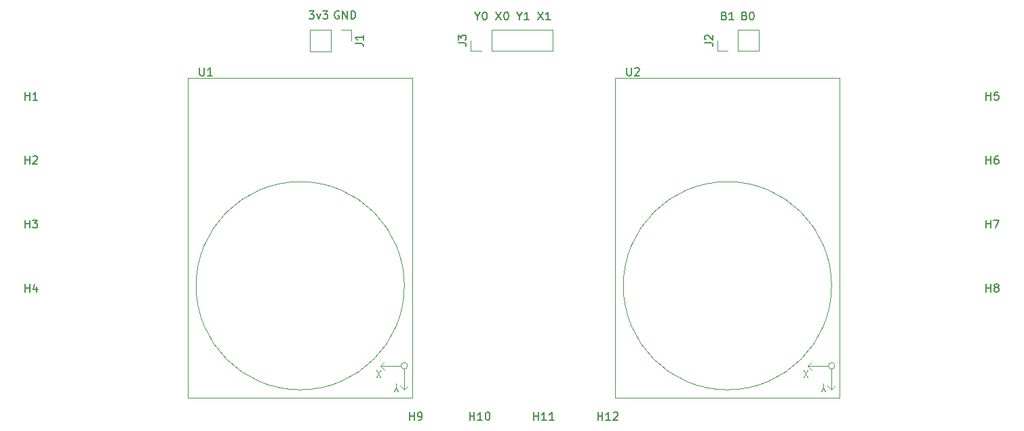
<source format=gto>
G04 #@! TF.GenerationSoftware,KiCad,Pcbnew,5.1.5+dfsg1-2build2*
G04 #@! TF.CreationDate,2021-11-01T16:20:09+01:00*
G04 #@! TF.ProjectId,joystick-board,6a6f7973-7469-4636-9b2d-626f6172642e,rev?*
G04 #@! TF.SameCoordinates,Original*
G04 #@! TF.FileFunction,Legend,Top*
G04 #@! TF.FilePolarity,Positive*
%FSLAX46Y46*%
G04 Gerber Fmt 4.6, Leading zero omitted, Abs format (unit mm)*
G04 Created by KiCad (PCBNEW 5.1.5+dfsg1-2build2) date 2021-11-01 16:20:09*
%MOMM*%
%LPD*%
G04 APERTURE LIST*
%ADD10C,0.150000*%
%ADD11C,0.120000*%
G04 APERTURE END LIST*
D10*
X157075238Y-62920571D02*
X157218095Y-62968190D01*
X157265714Y-63015809D01*
X157313333Y-63111047D01*
X157313333Y-63253904D01*
X157265714Y-63349142D01*
X157218095Y-63396761D01*
X157122857Y-63444380D01*
X156741904Y-63444380D01*
X156741904Y-62444380D01*
X157075238Y-62444380D01*
X157170476Y-62492000D01*
X157218095Y-62539619D01*
X157265714Y-62634857D01*
X157265714Y-62730095D01*
X157218095Y-62825333D01*
X157170476Y-62872952D01*
X157075238Y-62920571D01*
X156741904Y-62920571D01*
X157932380Y-62444380D02*
X158027619Y-62444380D01*
X158122857Y-62492000D01*
X158170476Y-62539619D01*
X158218095Y-62634857D01*
X158265714Y-62825333D01*
X158265714Y-63063428D01*
X158218095Y-63253904D01*
X158170476Y-63349142D01*
X158122857Y-63396761D01*
X158027619Y-63444380D01*
X157932380Y-63444380D01*
X157837142Y-63396761D01*
X157789523Y-63349142D01*
X157741904Y-63253904D01*
X157694285Y-63063428D01*
X157694285Y-62825333D01*
X157741904Y-62634857D01*
X157789523Y-62539619D01*
X157837142Y-62492000D01*
X157932380Y-62444380D01*
X154535238Y-62920571D02*
X154678095Y-62968190D01*
X154725714Y-63015809D01*
X154773333Y-63111047D01*
X154773333Y-63253904D01*
X154725714Y-63349142D01*
X154678095Y-63396761D01*
X154582857Y-63444380D01*
X154201904Y-63444380D01*
X154201904Y-62444380D01*
X154535238Y-62444380D01*
X154630476Y-62492000D01*
X154678095Y-62539619D01*
X154725714Y-62634857D01*
X154725714Y-62730095D01*
X154678095Y-62825333D01*
X154630476Y-62872952D01*
X154535238Y-62920571D01*
X154201904Y-62920571D01*
X155725714Y-63444380D02*
X155154285Y-63444380D01*
X155440000Y-63444380D02*
X155440000Y-62444380D01*
X155344761Y-62587238D01*
X155249523Y-62682476D01*
X155154285Y-62730095D01*
X131270476Y-62444380D02*
X131937142Y-63444380D01*
X131937142Y-62444380D02*
X131270476Y-63444380D01*
X132841904Y-63444380D02*
X132270476Y-63444380D01*
X132556190Y-63444380D02*
X132556190Y-62444380D01*
X132460952Y-62587238D01*
X132365714Y-62682476D01*
X132270476Y-62730095D01*
X128979141Y-62968190D02*
X128979141Y-63444380D01*
X128645808Y-62444380D02*
X128979141Y-62968190D01*
X129312474Y-62444380D01*
X130169617Y-63444380D02*
X129598189Y-63444380D01*
X129883903Y-63444380D02*
X129883903Y-62444380D01*
X129788665Y-62587238D01*
X129693427Y-62682476D01*
X129598189Y-62730095D01*
X126021142Y-62444380D02*
X126687808Y-63444380D01*
X126687808Y-62444380D02*
X126021142Y-63444380D01*
X127259237Y-62444380D02*
X127354475Y-62444380D01*
X127449713Y-62492000D01*
X127497332Y-62539619D01*
X127544951Y-62634857D01*
X127592570Y-62825333D01*
X127592570Y-63063428D01*
X127544951Y-63253904D01*
X127497332Y-63349142D01*
X127449713Y-63396761D01*
X127354475Y-63444380D01*
X127259237Y-63444380D01*
X127163999Y-63396761D01*
X127116380Y-63349142D01*
X127068761Y-63253904D01*
X127021142Y-63063428D01*
X127021142Y-62825333D01*
X127068761Y-62634857D01*
X127116380Y-62539619D01*
X127163999Y-62492000D01*
X127259237Y-62444380D01*
X123729809Y-62968190D02*
X123729809Y-63444380D01*
X123396476Y-62444380D02*
X123729809Y-62968190D01*
X124063142Y-62444380D01*
X124586952Y-62444380D02*
X124682190Y-62444380D01*
X124777428Y-62492000D01*
X124825047Y-62539619D01*
X124872666Y-62634857D01*
X124920285Y-62825333D01*
X124920285Y-63063428D01*
X124872666Y-63253904D01*
X124825047Y-63349142D01*
X124777428Y-63396761D01*
X124682190Y-63444380D01*
X124586952Y-63444380D01*
X124491714Y-63396761D01*
X124444095Y-63349142D01*
X124396476Y-63253904D01*
X124348857Y-63063428D01*
X124348857Y-62825333D01*
X124396476Y-62634857D01*
X124444095Y-62539619D01*
X124491714Y-62492000D01*
X124586952Y-62444380D01*
X102695523Y-62317380D02*
X103314571Y-62317380D01*
X102981238Y-62698333D01*
X103124095Y-62698333D01*
X103219333Y-62745952D01*
X103266952Y-62793571D01*
X103314571Y-62888809D01*
X103314571Y-63126904D01*
X103266952Y-63222142D01*
X103219333Y-63269761D01*
X103124095Y-63317380D01*
X102838380Y-63317380D01*
X102743142Y-63269761D01*
X102695523Y-63222142D01*
X103647904Y-62650714D02*
X103886000Y-63317380D01*
X104124095Y-62650714D01*
X104409809Y-62317380D02*
X105028857Y-62317380D01*
X104695523Y-62698333D01*
X104838380Y-62698333D01*
X104933619Y-62745952D01*
X104981238Y-62793571D01*
X105028857Y-62888809D01*
X105028857Y-63126904D01*
X104981238Y-63222142D01*
X104933619Y-63269761D01*
X104838380Y-63317380D01*
X104552666Y-63317380D01*
X104457428Y-63269761D01*
X104409809Y-63222142D01*
X106426095Y-62365000D02*
X106330857Y-62317380D01*
X106188000Y-62317380D01*
X106045142Y-62365000D01*
X105949904Y-62460238D01*
X105902285Y-62555476D01*
X105854666Y-62745952D01*
X105854666Y-62888809D01*
X105902285Y-63079285D01*
X105949904Y-63174523D01*
X106045142Y-63269761D01*
X106188000Y-63317380D01*
X106283238Y-63317380D01*
X106426095Y-63269761D01*
X106473714Y-63222142D01*
X106473714Y-62888809D01*
X106283238Y-62888809D01*
X106902285Y-63317380D02*
X106902285Y-62317380D01*
X107473714Y-63317380D01*
X107473714Y-62317380D01*
X107949904Y-63317380D02*
X107949904Y-62317380D01*
X108188000Y-62317380D01*
X108330857Y-62365000D01*
X108426095Y-62460238D01*
X108473714Y-62555476D01*
X108521333Y-62745952D01*
X108521333Y-62888809D01*
X108473714Y-63079285D01*
X108426095Y-63174523D01*
X108330857Y-63269761D01*
X108188000Y-63317380D01*
X107949904Y-63317380D01*
D11*
X153670000Y-67330000D02*
X153670000Y-66000000D01*
X155000000Y-67330000D02*
X153670000Y-67330000D01*
X156270000Y-67330000D02*
X156270000Y-64670000D01*
X156270000Y-64670000D02*
X158870000Y-64670000D01*
X156270000Y-67330000D02*
X158870000Y-67330000D01*
X158870000Y-67330000D02*
X158870000Y-64670000D01*
X140940000Y-70660000D02*
X168940000Y-70660000D01*
X168940000Y-70660000D02*
X168940000Y-110660000D01*
X168940000Y-110660000D02*
X140940000Y-110660000D01*
X140940000Y-110660000D02*
X140940000Y-70660000D01*
X167940000Y-96660000D02*
G75*
G03X167940000Y-96660000I-13000000J0D01*
G01*
X168340000Y-106660000D02*
G75*
G03X168340000Y-106660000I-400000J0D01*
G01*
X167940000Y-107060000D02*
X167940000Y-109660000D01*
X167440000Y-109160000D02*
X167940000Y-109660000D01*
X167940000Y-109660000D02*
X168440000Y-109160000D01*
X164940000Y-106660000D02*
X165440000Y-106160000D01*
X164940000Y-106660000D02*
X165440000Y-107160000D01*
X164440000Y-107160000D02*
X164940000Y-108160000D01*
X164940000Y-107160000D02*
X164440000Y-108160000D01*
X167190000Y-109910000D02*
X166940000Y-109410000D01*
X166940000Y-109410000D02*
X166690000Y-109910000D01*
X166940000Y-109410000D02*
X166940000Y-108910000D01*
X164940000Y-106660000D02*
X167440000Y-106660000D01*
X111600000Y-106660000D02*
X114100000Y-106660000D01*
X113600000Y-109410000D02*
X113600000Y-108910000D01*
X113600000Y-109410000D02*
X113350000Y-109910000D01*
X113850000Y-109910000D02*
X113600000Y-109410000D01*
X111600000Y-107160000D02*
X111100000Y-108160000D01*
X111100000Y-107160000D02*
X111600000Y-108160000D01*
X111600000Y-106660000D02*
X112100000Y-107160000D01*
X111600000Y-106660000D02*
X112100000Y-106160000D01*
X114600000Y-109660000D02*
X115100000Y-109160000D01*
X114100000Y-109160000D02*
X114600000Y-109660000D01*
X114600000Y-107060000D02*
X114600000Y-109660000D01*
X115000000Y-106660000D02*
G75*
G03X115000000Y-106660000I-400000J0D01*
G01*
X114600000Y-96660000D02*
G75*
G03X114600000Y-96660000I-13000000J0D01*
G01*
X87600000Y-110660000D02*
X87600000Y-70660000D01*
X115600000Y-110660000D02*
X87600000Y-110660000D01*
X115600000Y-70660000D02*
X115600000Y-110660000D01*
X87600000Y-70660000D02*
X115600000Y-70660000D01*
X122870000Y-67330000D02*
X122870000Y-66000000D01*
X124200000Y-67330000D02*
X122870000Y-67330000D01*
X125470000Y-67330000D02*
X125470000Y-64670000D01*
X125470000Y-64670000D02*
X133150000Y-64670000D01*
X125470000Y-67330000D02*
X133150000Y-67330000D01*
X133150000Y-67330000D02*
X133150000Y-64670000D01*
X102810000Y-64710000D02*
X102810000Y-67370000D01*
X105410000Y-64710000D02*
X102810000Y-64710000D01*
X105410000Y-67370000D02*
X102810000Y-67370000D01*
X105410000Y-64710000D02*
X105410000Y-67370000D01*
X106680000Y-64710000D02*
X108010000Y-64710000D01*
X108010000Y-64710000D02*
X108010000Y-66040000D01*
D10*
X152122380Y-66333333D02*
X152836666Y-66333333D01*
X152979523Y-66380952D01*
X153074761Y-66476190D01*
X153122380Y-66619047D01*
X153122380Y-66714285D01*
X152217619Y-65904761D02*
X152170000Y-65857142D01*
X152122380Y-65761904D01*
X152122380Y-65523809D01*
X152170000Y-65428571D01*
X152217619Y-65380952D01*
X152312857Y-65333333D01*
X152408095Y-65333333D01*
X152550952Y-65380952D01*
X153122380Y-65952380D01*
X153122380Y-65333333D01*
X142378095Y-69412380D02*
X142378095Y-70221904D01*
X142425714Y-70317142D01*
X142473333Y-70364761D01*
X142568571Y-70412380D01*
X142759047Y-70412380D01*
X142854285Y-70364761D01*
X142901904Y-70317142D01*
X142949523Y-70221904D01*
X142949523Y-69412380D01*
X143378095Y-69507619D02*
X143425714Y-69460000D01*
X143520952Y-69412380D01*
X143759047Y-69412380D01*
X143854285Y-69460000D01*
X143901904Y-69507619D01*
X143949523Y-69602857D01*
X143949523Y-69698095D01*
X143901904Y-69840952D01*
X143330476Y-70412380D01*
X143949523Y-70412380D01*
X89038095Y-69412380D02*
X89038095Y-70221904D01*
X89085714Y-70317142D01*
X89133333Y-70364761D01*
X89228571Y-70412380D01*
X89419047Y-70412380D01*
X89514285Y-70364761D01*
X89561904Y-70317142D01*
X89609523Y-70221904D01*
X89609523Y-69412380D01*
X90609523Y-70412380D02*
X90038095Y-70412380D01*
X90323809Y-70412380D02*
X90323809Y-69412380D01*
X90228571Y-69555238D01*
X90133333Y-69650476D01*
X90038095Y-69698095D01*
X138761904Y-113452380D02*
X138761904Y-112452380D01*
X138761904Y-112928571D02*
X139333333Y-112928571D01*
X139333333Y-113452380D02*
X139333333Y-112452380D01*
X140333333Y-113452380D02*
X139761904Y-113452380D01*
X140047619Y-113452380D02*
X140047619Y-112452380D01*
X139952380Y-112595238D01*
X139857142Y-112690476D01*
X139761904Y-112738095D01*
X140714285Y-112547619D02*
X140761904Y-112500000D01*
X140857142Y-112452380D01*
X141095238Y-112452380D01*
X141190476Y-112500000D01*
X141238095Y-112547619D01*
X141285714Y-112642857D01*
X141285714Y-112738095D01*
X141238095Y-112880952D01*
X140666666Y-113452380D01*
X141285714Y-113452380D01*
X130761904Y-113452380D02*
X130761904Y-112452380D01*
X130761904Y-112928571D02*
X131333333Y-112928571D01*
X131333333Y-113452380D02*
X131333333Y-112452380D01*
X132333333Y-113452380D02*
X131761904Y-113452380D01*
X132047619Y-113452380D02*
X132047619Y-112452380D01*
X131952380Y-112595238D01*
X131857142Y-112690476D01*
X131761904Y-112738095D01*
X133285714Y-113452380D02*
X132714285Y-113452380D01*
X133000000Y-113452380D02*
X133000000Y-112452380D01*
X132904761Y-112595238D01*
X132809523Y-112690476D01*
X132714285Y-112738095D01*
X122761904Y-113452380D02*
X122761904Y-112452380D01*
X122761904Y-112928571D02*
X123333333Y-112928571D01*
X123333333Y-113452380D02*
X123333333Y-112452380D01*
X124333333Y-113452380D02*
X123761904Y-113452380D01*
X124047619Y-113452380D02*
X124047619Y-112452380D01*
X123952380Y-112595238D01*
X123857142Y-112690476D01*
X123761904Y-112738095D01*
X124952380Y-112452380D02*
X125047619Y-112452380D01*
X125142857Y-112500000D01*
X125190476Y-112547619D01*
X125238095Y-112642857D01*
X125285714Y-112833333D01*
X125285714Y-113071428D01*
X125238095Y-113261904D01*
X125190476Y-113357142D01*
X125142857Y-113404761D01*
X125047619Y-113452380D01*
X124952380Y-113452380D01*
X124857142Y-113404761D01*
X124809523Y-113357142D01*
X124761904Y-113261904D01*
X124714285Y-113071428D01*
X124714285Y-112833333D01*
X124761904Y-112642857D01*
X124809523Y-112547619D01*
X124857142Y-112500000D01*
X124952380Y-112452380D01*
X115238095Y-113452380D02*
X115238095Y-112452380D01*
X115238095Y-112928571D02*
X115809523Y-112928571D01*
X115809523Y-113452380D02*
X115809523Y-112452380D01*
X116333333Y-113452380D02*
X116523809Y-113452380D01*
X116619047Y-113404761D01*
X116666666Y-113357142D01*
X116761904Y-113214285D01*
X116809523Y-113023809D01*
X116809523Y-112642857D01*
X116761904Y-112547619D01*
X116714285Y-112500000D01*
X116619047Y-112452380D01*
X116428571Y-112452380D01*
X116333333Y-112500000D01*
X116285714Y-112547619D01*
X116238095Y-112642857D01*
X116238095Y-112880952D01*
X116285714Y-112976190D01*
X116333333Y-113023809D01*
X116428571Y-113071428D01*
X116619047Y-113071428D01*
X116714285Y-113023809D01*
X116761904Y-112976190D01*
X116809523Y-112880952D01*
X187238095Y-97452380D02*
X187238095Y-96452380D01*
X187238095Y-96928571D02*
X187809523Y-96928571D01*
X187809523Y-97452380D02*
X187809523Y-96452380D01*
X188428571Y-96880952D02*
X188333333Y-96833333D01*
X188285714Y-96785714D01*
X188238095Y-96690476D01*
X188238095Y-96642857D01*
X188285714Y-96547619D01*
X188333333Y-96500000D01*
X188428571Y-96452380D01*
X188619047Y-96452380D01*
X188714285Y-96500000D01*
X188761904Y-96547619D01*
X188809523Y-96642857D01*
X188809523Y-96690476D01*
X188761904Y-96785714D01*
X188714285Y-96833333D01*
X188619047Y-96880952D01*
X188428571Y-96880952D01*
X188333333Y-96928571D01*
X188285714Y-96976190D01*
X188238095Y-97071428D01*
X188238095Y-97261904D01*
X188285714Y-97357142D01*
X188333333Y-97404761D01*
X188428571Y-97452380D01*
X188619047Y-97452380D01*
X188714285Y-97404761D01*
X188761904Y-97357142D01*
X188809523Y-97261904D01*
X188809523Y-97071428D01*
X188761904Y-96976190D01*
X188714285Y-96928571D01*
X188619047Y-96880952D01*
X187238095Y-89452380D02*
X187238095Y-88452380D01*
X187238095Y-88928571D02*
X187809523Y-88928571D01*
X187809523Y-89452380D02*
X187809523Y-88452380D01*
X188190476Y-88452380D02*
X188857142Y-88452380D01*
X188428571Y-89452380D01*
X187238095Y-81452380D02*
X187238095Y-80452380D01*
X187238095Y-80928571D02*
X187809523Y-80928571D01*
X187809523Y-81452380D02*
X187809523Y-80452380D01*
X188714285Y-80452380D02*
X188523809Y-80452380D01*
X188428571Y-80500000D01*
X188380952Y-80547619D01*
X188285714Y-80690476D01*
X188238095Y-80880952D01*
X188238095Y-81261904D01*
X188285714Y-81357142D01*
X188333333Y-81404761D01*
X188428571Y-81452380D01*
X188619047Y-81452380D01*
X188714285Y-81404761D01*
X188761904Y-81357142D01*
X188809523Y-81261904D01*
X188809523Y-81023809D01*
X188761904Y-80928571D01*
X188714285Y-80880952D01*
X188619047Y-80833333D01*
X188428571Y-80833333D01*
X188333333Y-80880952D01*
X188285714Y-80928571D01*
X188238095Y-81023809D01*
X187238095Y-73452380D02*
X187238095Y-72452380D01*
X187238095Y-72928571D02*
X187809523Y-72928571D01*
X187809523Y-73452380D02*
X187809523Y-72452380D01*
X188761904Y-72452380D02*
X188285714Y-72452380D01*
X188238095Y-72928571D01*
X188285714Y-72880952D01*
X188380952Y-72833333D01*
X188619047Y-72833333D01*
X188714285Y-72880952D01*
X188761904Y-72928571D01*
X188809523Y-73023809D01*
X188809523Y-73261904D01*
X188761904Y-73357142D01*
X188714285Y-73404761D01*
X188619047Y-73452380D01*
X188380952Y-73452380D01*
X188285714Y-73404761D01*
X188238095Y-73357142D01*
X67238095Y-97452380D02*
X67238095Y-96452380D01*
X67238095Y-96928571D02*
X67809523Y-96928571D01*
X67809523Y-97452380D02*
X67809523Y-96452380D01*
X68714285Y-96785714D02*
X68714285Y-97452380D01*
X68476190Y-96404761D02*
X68238095Y-97119047D01*
X68857142Y-97119047D01*
X67238095Y-89452380D02*
X67238095Y-88452380D01*
X67238095Y-88928571D02*
X67809523Y-88928571D01*
X67809523Y-89452380D02*
X67809523Y-88452380D01*
X68190476Y-88452380D02*
X68809523Y-88452380D01*
X68476190Y-88833333D01*
X68619047Y-88833333D01*
X68714285Y-88880952D01*
X68761904Y-88928571D01*
X68809523Y-89023809D01*
X68809523Y-89261904D01*
X68761904Y-89357142D01*
X68714285Y-89404761D01*
X68619047Y-89452380D01*
X68333333Y-89452380D01*
X68238095Y-89404761D01*
X68190476Y-89357142D01*
X67238095Y-81452380D02*
X67238095Y-80452380D01*
X67238095Y-80928571D02*
X67809523Y-80928571D01*
X67809523Y-81452380D02*
X67809523Y-80452380D01*
X68238095Y-80547619D02*
X68285714Y-80500000D01*
X68380952Y-80452380D01*
X68619047Y-80452380D01*
X68714285Y-80500000D01*
X68761904Y-80547619D01*
X68809523Y-80642857D01*
X68809523Y-80738095D01*
X68761904Y-80880952D01*
X68190476Y-81452380D01*
X68809523Y-81452380D01*
X67238095Y-73452380D02*
X67238095Y-72452380D01*
X67238095Y-72928571D02*
X67809523Y-72928571D01*
X67809523Y-73452380D02*
X67809523Y-72452380D01*
X68809523Y-73452380D02*
X68238095Y-73452380D01*
X68523809Y-73452380D02*
X68523809Y-72452380D01*
X68428571Y-72595238D01*
X68333333Y-72690476D01*
X68238095Y-72738095D01*
X121322380Y-66333333D02*
X122036666Y-66333333D01*
X122179523Y-66380952D01*
X122274761Y-66476190D01*
X122322380Y-66619047D01*
X122322380Y-66714285D01*
X121322380Y-65952380D02*
X121322380Y-65333333D01*
X121703333Y-65666666D01*
X121703333Y-65523809D01*
X121750952Y-65428571D01*
X121798571Y-65380952D01*
X121893809Y-65333333D01*
X122131904Y-65333333D01*
X122227142Y-65380952D01*
X122274761Y-65428571D01*
X122322380Y-65523809D01*
X122322380Y-65809523D01*
X122274761Y-65904761D01*
X122227142Y-65952380D01*
X108462380Y-66373333D02*
X109176666Y-66373333D01*
X109319523Y-66420952D01*
X109414761Y-66516190D01*
X109462380Y-66659047D01*
X109462380Y-66754285D01*
X109462380Y-65373333D02*
X109462380Y-65944761D01*
X109462380Y-65659047D02*
X108462380Y-65659047D01*
X108605238Y-65754285D01*
X108700476Y-65849523D01*
X108748095Y-65944761D01*
M02*

</source>
